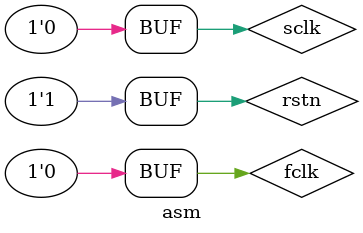
<source format=v>
module asm();

    reg sclk, fclk, rstn;
    wire [7:0] state, adc_rxd, fifod_rxd;

    wire [7:0] sos, sos0;
    wire [63:0] sol;

    always begin
        sclk <= 1'b1;
        #8;
        sclk <= 1'b0;
        #8;
    end

    always begin
        fclk <= 1'b1;
        #5;
        fclk <= 1'b0;
        #5;
    end

    initial begin
        rstn <= 1'b1;
        #20;
        rstn <= 1'b0;
        #30;
        rstn <= 1'b1;
    end

    test
    test_dut(
        .clk(sclk),
        .fclk(fclk),
        .rst_n(rstn),
        .show_state(state),
        .show_adc_rxd(adc_rxd),
        .show_fifod_rxd(fifod_rxd),
        .sos(sos),
        .sos0(sos0),
        .sol(sol)
    );


endmodule
</source>
